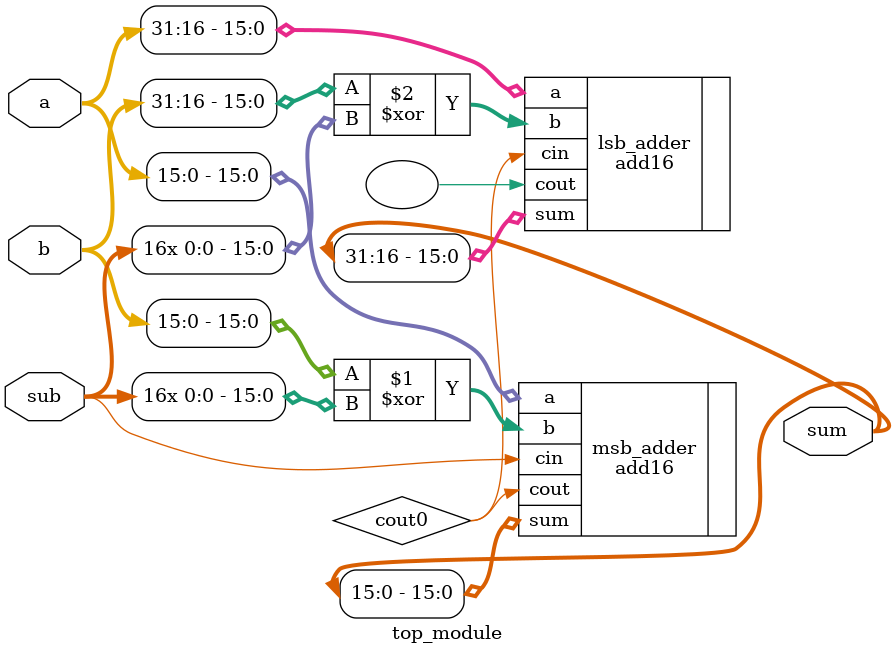
<source format=v>
module top_module(
    input [31:0] a,
    input [31:0] b,
    input sub,
    output [31:0] sum
);

    wire cout0;

    add16 msb_adder (
        .a(a[15:0]),
        .b(b[15:0] ^ {16{sub}}),
        .cin(sub),
        .cout(cout0),
        .sum(sum[15:0])
    );

    add16 lsb_adder (
        .a(a[31:16]),
        .b(b[31:16] ^ {16{sub}}),
        .cin(cout0),
        .cout(),
        .sum(sum[31:16])
    );

endmodule

</source>
